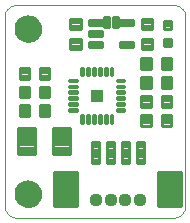
<source format=gts>
G75*
%MOIN*%
%OFA0B0*%
%FSLAX24Y24*%
%IPPOS*%
%LPD*%
%AMOC8*
5,1,8,0,0,1.08239X$1,22.5*
%
%ADD10C,0.0000*%
%ADD11C,0.0906*%
%ADD12C,0.0107*%
%ADD13C,0.0114*%
%ADD14C,0.0134*%
%ADD15R,0.0394X0.0394*%
%ADD16C,0.0108*%
%ADD17C,0.0130*%
%ADD18C,0.0437*%
%ADD19C,0.0118*%
%ADD20C,0.0120*%
D10*
X000100Y000494D02*
X000100Y006793D01*
X000102Y006832D01*
X000108Y006870D01*
X000117Y006907D01*
X000130Y006944D01*
X000147Y006979D01*
X000166Y007012D01*
X000189Y007043D01*
X000215Y007072D01*
X000244Y007098D01*
X000275Y007121D01*
X000308Y007140D01*
X000343Y007157D01*
X000380Y007170D01*
X000417Y007179D01*
X000455Y007185D01*
X000494Y007187D01*
X005737Y007187D01*
X005776Y007185D01*
X005814Y007179D01*
X005851Y007170D01*
X005888Y007157D01*
X005923Y007140D01*
X005956Y007121D01*
X005987Y007098D01*
X006016Y007072D01*
X006042Y007043D01*
X006065Y007012D01*
X006084Y006979D01*
X006101Y006944D01*
X006114Y006907D01*
X006123Y006870D01*
X006129Y006832D01*
X006131Y006793D01*
X006131Y000494D01*
X006129Y000455D01*
X006123Y000417D01*
X006114Y000380D01*
X006101Y000343D01*
X006084Y000308D01*
X006065Y000275D01*
X006042Y000244D01*
X006016Y000215D01*
X005987Y000189D01*
X005956Y000166D01*
X005923Y000147D01*
X005888Y000130D01*
X005851Y000117D01*
X005814Y000108D01*
X005776Y000102D01*
X005737Y000100D01*
X000494Y000100D01*
X000455Y000102D01*
X000417Y000108D01*
X000380Y000117D01*
X000343Y000130D01*
X000308Y000147D01*
X000275Y000166D01*
X000244Y000189D01*
X000215Y000215D01*
X000189Y000244D01*
X000166Y000275D01*
X000147Y000308D01*
X000130Y000343D01*
X000117Y000380D01*
X000108Y000417D01*
X000102Y000455D01*
X000100Y000494D01*
X000454Y000887D02*
X000456Y000928D01*
X000462Y000969D01*
X000472Y001009D01*
X000485Y001048D01*
X000502Y001085D01*
X000523Y001121D01*
X000547Y001155D01*
X000574Y001186D01*
X000603Y001214D01*
X000636Y001240D01*
X000670Y001262D01*
X000707Y001281D01*
X000745Y001296D01*
X000785Y001308D01*
X000825Y001316D01*
X000866Y001320D01*
X000908Y001320D01*
X000949Y001316D01*
X000989Y001308D01*
X001029Y001296D01*
X001067Y001281D01*
X001103Y001262D01*
X001138Y001240D01*
X001171Y001214D01*
X001200Y001186D01*
X001227Y001155D01*
X001251Y001121D01*
X001272Y001085D01*
X001289Y001048D01*
X001302Y001009D01*
X001312Y000969D01*
X001318Y000928D01*
X001320Y000887D01*
X001318Y000846D01*
X001312Y000805D01*
X001302Y000765D01*
X001289Y000726D01*
X001272Y000689D01*
X001251Y000653D01*
X001227Y000619D01*
X001200Y000588D01*
X001171Y000560D01*
X001138Y000534D01*
X001104Y000512D01*
X001067Y000493D01*
X001029Y000478D01*
X000989Y000466D01*
X000949Y000458D01*
X000908Y000454D01*
X000866Y000454D01*
X000825Y000458D01*
X000785Y000466D01*
X000745Y000478D01*
X000707Y000493D01*
X000671Y000512D01*
X000636Y000534D01*
X000603Y000560D01*
X000574Y000588D01*
X000547Y000619D01*
X000523Y000653D01*
X000502Y000689D01*
X000485Y000726D01*
X000472Y000765D01*
X000462Y000805D01*
X000456Y000846D01*
X000454Y000887D01*
X000454Y006399D02*
X000456Y006440D01*
X000462Y006481D01*
X000472Y006521D01*
X000485Y006560D01*
X000502Y006597D01*
X000523Y006633D01*
X000547Y006667D01*
X000574Y006698D01*
X000603Y006726D01*
X000636Y006752D01*
X000670Y006774D01*
X000707Y006793D01*
X000745Y006808D01*
X000785Y006820D01*
X000825Y006828D01*
X000866Y006832D01*
X000908Y006832D01*
X000949Y006828D01*
X000989Y006820D01*
X001029Y006808D01*
X001067Y006793D01*
X001103Y006774D01*
X001138Y006752D01*
X001171Y006726D01*
X001200Y006698D01*
X001227Y006667D01*
X001251Y006633D01*
X001272Y006597D01*
X001289Y006560D01*
X001302Y006521D01*
X001312Y006481D01*
X001318Y006440D01*
X001320Y006399D01*
X001318Y006358D01*
X001312Y006317D01*
X001302Y006277D01*
X001289Y006238D01*
X001272Y006201D01*
X001251Y006165D01*
X001227Y006131D01*
X001200Y006100D01*
X001171Y006072D01*
X001138Y006046D01*
X001104Y006024D01*
X001067Y006005D01*
X001029Y005990D01*
X000989Y005978D01*
X000949Y005970D01*
X000908Y005966D01*
X000866Y005966D01*
X000825Y005970D01*
X000785Y005978D01*
X000745Y005990D01*
X000707Y006005D01*
X000671Y006024D01*
X000636Y006046D01*
X000603Y006072D01*
X000574Y006100D01*
X000547Y006131D01*
X000523Y006165D01*
X000502Y006201D01*
X000485Y006238D01*
X000472Y006277D01*
X000462Y006317D01*
X000456Y006358D01*
X000454Y006399D01*
D11*
X000887Y006399D03*
X000887Y000887D03*
D12*
X001104Y002224D02*
X000540Y002224D01*
X000540Y003102D01*
X001104Y003102D01*
X001104Y002224D01*
X001104Y002330D02*
X000540Y002330D01*
X000540Y002436D02*
X001104Y002436D01*
X001104Y002542D02*
X000540Y002542D01*
X000540Y002648D02*
X001104Y002648D01*
X001104Y002754D02*
X000540Y002754D01*
X000540Y002860D02*
X001104Y002860D01*
X001104Y002966D02*
X000540Y002966D01*
X000540Y003072D02*
X001104Y003072D01*
X001721Y003102D02*
X002285Y003102D01*
X002285Y002224D01*
X001721Y002224D01*
X001721Y003102D01*
X001721Y002330D02*
X002285Y002330D01*
X002285Y002436D02*
X001721Y002436D01*
X001721Y002542D02*
X002285Y002542D01*
X002285Y002648D02*
X001721Y002648D01*
X001721Y002754D02*
X002285Y002754D01*
X002285Y002860D02*
X001721Y002860D01*
X001721Y002966D02*
X002285Y002966D01*
X002285Y003072D02*
X001721Y003072D01*
D13*
X003023Y002628D02*
X003263Y002628D01*
X003263Y001916D01*
X003023Y001916D01*
X003023Y002628D01*
X003023Y002029D02*
X003263Y002029D01*
X003263Y002142D02*
X003023Y002142D01*
X003023Y002255D02*
X003263Y002255D01*
X003263Y002368D02*
X003023Y002368D01*
X003023Y002481D02*
X003263Y002481D01*
X003263Y002594D02*
X003023Y002594D01*
X003515Y002628D02*
X003755Y002628D01*
X003755Y001916D01*
X003515Y001916D01*
X003515Y002628D01*
X003515Y002029D02*
X003755Y002029D01*
X003755Y002142D02*
X003515Y002142D01*
X003515Y002255D02*
X003755Y002255D01*
X003755Y002368D02*
X003515Y002368D01*
X003515Y002481D02*
X003755Y002481D01*
X003755Y002594D02*
X003515Y002594D01*
X004007Y002628D02*
X004247Y002628D01*
X004247Y001916D01*
X004007Y001916D01*
X004007Y002628D01*
X004007Y002029D02*
X004247Y002029D01*
X004247Y002142D02*
X004007Y002142D01*
X004007Y002255D02*
X004247Y002255D01*
X004247Y002368D02*
X004007Y002368D01*
X004007Y002481D02*
X004247Y002481D01*
X004247Y002594D02*
X004007Y002594D01*
X004499Y002628D02*
X004739Y002628D01*
X004739Y001916D01*
X004499Y001916D01*
X004499Y002628D01*
X004499Y002029D02*
X004739Y002029D01*
X004739Y002142D02*
X004499Y002142D01*
X004499Y002255D02*
X004739Y002255D01*
X004739Y002368D02*
X004499Y002368D01*
X004499Y002481D02*
X004739Y002481D01*
X004739Y002594D02*
X004499Y002594D01*
X005418Y006050D02*
X005658Y006050D01*
X005658Y005810D01*
X005418Y005810D01*
X005418Y006050D01*
X005418Y005923D02*
X005658Y005923D01*
X005658Y006036D02*
X005418Y006036D01*
X005418Y006640D02*
X005658Y006640D01*
X005658Y006400D01*
X005418Y006400D01*
X005418Y006640D01*
X005418Y006513D02*
X005658Y006513D01*
X005658Y006626D02*
X005418Y006626D01*
D14*
X004091Y004667D02*
X003871Y004667D01*
X004091Y004667D02*
X004091Y004643D01*
X003871Y004643D01*
X003871Y004667D01*
X003871Y004470D02*
X004091Y004470D01*
X004091Y004446D01*
X003871Y004446D01*
X003871Y004470D01*
X003871Y004273D02*
X004091Y004273D01*
X004091Y004249D01*
X003871Y004249D01*
X003871Y004273D01*
X003871Y004076D02*
X004091Y004076D01*
X004091Y004052D01*
X003871Y004052D01*
X003871Y004076D01*
X003871Y003879D02*
X004091Y003879D01*
X004091Y003855D01*
X003871Y003855D01*
X003871Y003879D01*
X003871Y003682D02*
X004091Y003682D01*
X004091Y003658D01*
X003871Y003658D01*
X003871Y003682D01*
X003674Y003485D02*
X003674Y003265D01*
X003674Y003485D02*
X003698Y003485D01*
X003698Y003265D01*
X003674Y003265D01*
X003674Y003398D02*
X003698Y003398D01*
X003477Y003485D02*
X003477Y003265D01*
X003477Y003485D02*
X003501Y003485D01*
X003501Y003265D01*
X003477Y003265D01*
X003477Y003398D02*
X003501Y003398D01*
X003280Y003485D02*
X003280Y003265D01*
X003280Y003485D02*
X003304Y003485D01*
X003304Y003265D01*
X003280Y003265D01*
X003280Y003398D02*
X003304Y003398D01*
X003083Y003485D02*
X003083Y003265D01*
X003083Y003485D02*
X003107Y003485D01*
X003107Y003265D01*
X003083Y003265D01*
X003083Y003398D02*
X003107Y003398D01*
X002886Y003485D02*
X002886Y003265D01*
X002886Y003485D02*
X002910Y003485D01*
X002910Y003265D01*
X002886Y003265D01*
X002886Y003398D02*
X002910Y003398D01*
X002690Y003485D02*
X002690Y003265D01*
X002690Y003485D02*
X002714Y003485D01*
X002714Y003265D01*
X002690Y003265D01*
X002690Y003398D02*
X002714Y003398D01*
X002516Y003658D02*
X002296Y003658D01*
X002296Y003682D01*
X002516Y003682D01*
X002516Y003658D01*
X002516Y003855D02*
X002296Y003855D01*
X002296Y003879D01*
X002516Y003879D01*
X002516Y003855D01*
X002516Y004052D02*
X002296Y004052D01*
X002296Y004076D01*
X002516Y004076D01*
X002516Y004052D01*
X002516Y004249D02*
X002296Y004249D01*
X002296Y004273D01*
X002516Y004273D01*
X002516Y004249D01*
X002516Y004446D02*
X002296Y004446D01*
X002296Y004470D01*
X002516Y004470D01*
X002516Y004446D01*
X002516Y004643D02*
X002296Y004643D01*
X002296Y004667D01*
X002516Y004667D01*
X002516Y004643D01*
X002714Y004840D02*
X002714Y005060D01*
X002714Y004840D02*
X002690Y004840D01*
X002690Y005060D01*
X002714Y005060D01*
X002714Y004973D02*
X002690Y004973D01*
X002910Y005060D02*
X002910Y004840D01*
X002886Y004840D01*
X002886Y005060D01*
X002910Y005060D01*
X002910Y004973D02*
X002886Y004973D01*
X003107Y005060D02*
X003107Y004840D01*
X003083Y004840D01*
X003083Y005060D01*
X003107Y005060D01*
X003107Y004973D02*
X003083Y004973D01*
X003304Y005060D02*
X003304Y004840D01*
X003280Y004840D01*
X003280Y005060D01*
X003304Y005060D01*
X003304Y004973D02*
X003280Y004973D01*
X003501Y005060D02*
X003501Y004840D01*
X003477Y004840D01*
X003477Y005060D01*
X003501Y005060D01*
X003501Y004973D02*
X003477Y004973D01*
X003698Y005060D02*
X003698Y004840D01*
X003674Y004840D01*
X003674Y005060D01*
X003698Y005060D01*
X003698Y004973D02*
X003674Y004973D01*
D15*
X003194Y004163D03*
D16*
X002657Y005727D02*
X002293Y005727D01*
X002293Y006053D01*
X002657Y006053D01*
X002657Y005727D01*
X002657Y005834D02*
X002293Y005834D01*
X002293Y005941D02*
X002657Y005941D01*
X002657Y006048D02*
X002293Y006048D01*
X002293Y006397D02*
X002657Y006397D01*
X002293Y006397D02*
X002293Y006723D01*
X002657Y006723D01*
X002657Y006397D01*
X002657Y006504D02*
X002293Y006504D01*
X002293Y006611D02*
X002657Y006611D01*
X002657Y006718D02*
X002293Y006718D01*
X001272Y005095D02*
X001272Y004731D01*
X001272Y005095D02*
X001598Y005095D01*
X001598Y004731D01*
X001272Y004731D01*
X001272Y004838D02*
X001598Y004838D01*
X001598Y004945D02*
X001272Y004945D01*
X001272Y005052D02*
X001598Y005052D01*
X001272Y004470D02*
X001272Y004106D01*
X001272Y004470D02*
X001598Y004470D01*
X001598Y004106D01*
X001272Y004106D01*
X001272Y004213D02*
X001598Y004213D01*
X001598Y004320D02*
X001272Y004320D01*
X001272Y004427D02*
X001598Y004427D01*
X001272Y003845D02*
X001272Y003481D01*
X001272Y003845D02*
X001598Y003845D01*
X001598Y003481D01*
X001272Y003481D01*
X001272Y003588D02*
X001598Y003588D01*
X001598Y003695D02*
X001272Y003695D01*
X001272Y003802D02*
X001598Y003802D01*
X000602Y003845D02*
X000602Y003481D01*
X000602Y003845D02*
X000928Y003845D01*
X000928Y003481D01*
X000602Y003481D01*
X000602Y003588D02*
X000928Y003588D01*
X000928Y003695D02*
X000602Y003695D01*
X000602Y003802D02*
X000928Y003802D01*
X000602Y004106D02*
X000602Y004470D01*
X000928Y004470D01*
X000928Y004106D01*
X000602Y004106D01*
X000602Y004213D02*
X000928Y004213D01*
X000928Y004320D02*
X000602Y004320D01*
X000602Y004427D02*
X000928Y004427D01*
X000602Y004731D02*
X000602Y005095D01*
X000928Y005095D01*
X000928Y004731D01*
X000602Y004731D01*
X000602Y004838D02*
X000928Y004838D01*
X000928Y004945D02*
X000602Y004945D01*
X000602Y005052D02*
X000928Y005052D01*
X004991Y005043D02*
X004991Y005407D01*
X004991Y005043D02*
X004665Y005043D01*
X004665Y005407D01*
X004991Y005407D01*
X004991Y005150D02*
X004665Y005150D01*
X004665Y005257D02*
X004991Y005257D01*
X004991Y005364D02*
X004665Y005364D01*
X005032Y005727D02*
X005032Y006053D01*
X005032Y005727D02*
X004668Y005727D01*
X004668Y006053D01*
X005032Y006053D01*
X005032Y005834D02*
X004668Y005834D01*
X004668Y005941D02*
X005032Y005941D01*
X005032Y006048D02*
X004668Y006048D01*
X005032Y006397D02*
X005032Y006723D01*
X005032Y006397D02*
X004668Y006397D01*
X004668Y006723D01*
X005032Y006723D01*
X005032Y006504D02*
X004668Y006504D01*
X004668Y006611D02*
X005032Y006611D01*
X005032Y006718D02*
X004668Y006718D01*
X005660Y005407D02*
X005660Y005043D01*
X005334Y005043D01*
X005334Y005407D01*
X005660Y005407D01*
X005660Y005150D02*
X005334Y005150D01*
X005334Y005257D02*
X005660Y005257D01*
X005660Y005364D02*
X005334Y005364D01*
X005334Y004418D02*
X005660Y004418D01*
X005334Y004418D02*
X005334Y004782D01*
X005660Y004782D01*
X005660Y004418D01*
X005660Y004525D02*
X005334Y004525D01*
X005334Y004632D02*
X005660Y004632D01*
X005660Y004739D02*
X005334Y004739D01*
X004991Y004418D02*
X004665Y004418D01*
X004665Y004782D01*
X004991Y004782D01*
X004991Y004418D01*
X004991Y004525D02*
X004665Y004525D01*
X004665Y004632D02*
X004991Y004632D01*
X004991Y004739D02*
X004665Y004739D01*
X004665Y003793D02*
X004991Y003793D01*
X004665Y003793D02*
X004665Y004157D01*
X004991Y004157D01*
X004991Y003793D01*
X004991Y003900D02*
X004665Y003900D01*
X004665Y004007D02*
X004991Y004007D01*
X004991Y004114D02*
X004665Y004114D01*
X004991Y003532D02*
X004991Y003168D01*
X004665Y003168D01*
X004665Y003532D01*
X004991Y003532D01*
X004991Y003275D02*
X004665Y003275D01*
X004665Y003382D02*
X004991Y003382D01*
X004991Y003489D02*
X004665Y003489D01*
X005660Y003532D02*
X005660Y003168D01*
X005334Y003168D01*
X005334Y003532D01*
X005660Y003532D01*
X005660Y003275D02*
X005334Y003275D01*
X005334Y003382D02*
X005660Y003382D01*
X005660Y003489D02*
X005334Y003489D01*
X005334Y003793D02*
X005660Y003793D01*
X005334Y003793D02*
X005334Y004157D01*
X005660Y004157D01*
X005660Y003793D01*
X005660Y003900D02*
X005334Y003900D01*
X005334Y004007D02*
X005660Y004007D01*
X005660Y004114D02*
X005334Y004114D01*
D17*
X005236Y001586D02*
X005972Y001586D01*
X005972Y000496D01*
X005236Y000496D01*
X005236Y001586D01*
X005236Y000625D02*
X005972Y000625D01*
X005972Y000754D02*
X005236Y000754D01*
X005236Y000883D02*
X005972Y000883D01*
X005972Y001012D02*
X005236Y001012D01*
X005236Y001141D02*
X005972Y001141D01*
X005972Y001270D02*
X005236Y001270D01*
X005236Y001399D02*
X005972Y001399D01*
X005972Y001528D02*
X005236Y001528D01*
X002527Y001586D02*
X001791Y001586D01*
X002527Y001586D02*
X002527Y000496D01*
X001791Y000496D01*
X001791Y001586D01*
X001791Y000625D02*
X002527Y000625D01*
X002527Y000754D02*
X001791Y000754D01*
X001791Y000883D02*
X002527Y000883D01*
X002527Y001012D02*
X001791Y001012D01*
X001791Y001141D02*
X002527Y001141D01*
X002527Y001270D02*
X001791Y001270D01*
X001791Y001399D02*
X002527Y001399D01*
X002527Y001528D02*
X001791Y001528D01*
D18*
X003143Y000679D03*
X003635Y000679D03*
X004127Y000679D03*
X004619Y000679D03*
D19*
X003977Y005782D02*
X003977Y005920D01*
X004371Y005920D01*
X004371Y005782D01*
X003977Y005782D01*
X003977Y005899D02*
X004371Y005899D01*
X003977Y006530D02*
X003977Y006668D01*
X004371Y006668D01*
X004371Y006530D01*
X003977Y006530D01*
X003977Y006647D02*
X004371Y006647D01*
X002954Y006668D02*
X002954Y006530D01*
X002954Y006668D02*
X003348Y006668D01*
X003348Y006530D01*
X002954Y006530D01*
X002954Y006647D02*
X003348Y006647D01*
X002954Y006294D02*
X002954Y006156D01*
X002954Y006294D02*
X003348Y006294D01*
X003348Y006156D01*
X002954Y006156D01*
X002954Y006273D02*
X003348Y006273D01*
X002954Y005920D02*
X002954Y005782D01*
X002954Y005920D02*
X003348Y005920D01*
X003348Y005782D01*
X002954Y005782D01*
X002954Y005899D02*
X003348Y005899D01*
D20*
X003453Y006440D02*
X003573Y006440D01*
X003453Y006440D02*
X003453Y006760D01*
X003573Y006760D01*
X003573Y006440D01*
X003573Y006559D02*
X003453Y006559D01*
X003453Y006678D02*
X003573Y006678D01*
X003753Y006440D02*
X003873Y006440D01*
X003753Y006440D02*
X003753Y006760D01*
X003873Y006760D01*
X003873Y006440D01*
X003873Y006559D02*
X003753Y006559D01*
X003753Y006678D02*
X003873Y006678D01*
M02*

</source>
